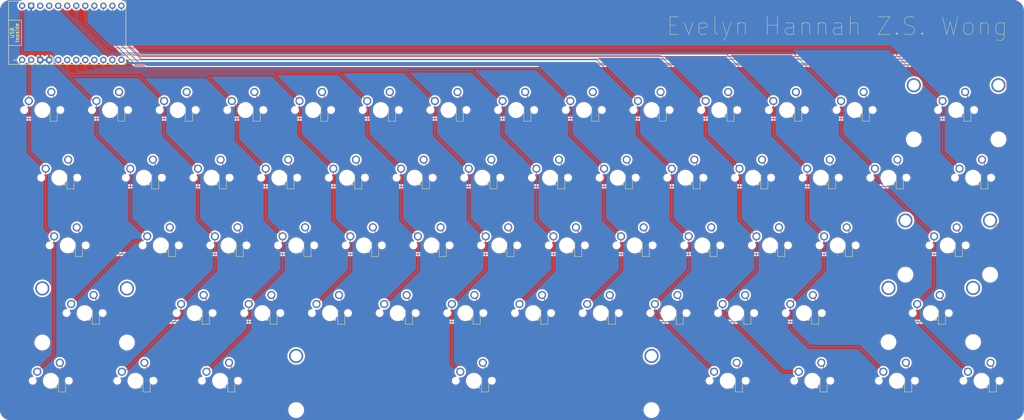
<source format=kicad_pcb>
(kicad_pcb (version 20241229) (generator "pcbnew") (generator_version "9.0")
  (layers (0 "F.Cu" signal) (2 "B.Cu" signal) (13 "F.Paste" user) (15 "B.Paste" user) (5 "F.SilkS" user "F.Silkscreen") (7 "B.SilkS" user "B.Silkscreen") (1 "F.Mask" user) (3 "B.Mask" user) (25 "Edge.Cuts" user))
  (net 0 "")
  (net 1 "Net-(D1-A)")
  (net 2 "ROW1")
  (net 3 "Net-(D2-A)")
  (net 4 "Net-(D3-A)")
  (net 5 "Net-(D4-A)")
  (net 6 "Net-(D5-A)")
  (net 7 "Net-(D6-A)")
  (net 8 "Net-(D7-A)")
  (net 9 "Net-(D8-A)")
  (net 10 "Net-(D9-A)")
  (net 11 "Net-(D10-A)")
  (net 12 "Net-(D11-A)")
  (net 13 "Net-(D12-A)")
  (net 14 "Net-(D13-A)")
  (net 15 "Net-(D14-A)")
  (net 16 "ROW2")
  (net 17 "Net-(D15-A)")
  (net 18 "Net-(D16-A)")
  (net 19 "Net-(D17-A)")
  (net 20 "Net-(D18-A)")
  (net 21 "Net-(D19-A)")
  (net 22 "Net-(D20-A)")
  (net 23 "Net-(D21-A)")
  (net 24 "Net-(D22-A)")
  (net 25 "Net-(D23-A)")
  (net 26 "Net-(D24-A)")
  (net 27 "Net-(D25-A)")
  (net 28 "Net-(D26-A)")
  (net 29 "Net-(D27-A)")
  (net 30 "Net-(D28-A)")
  (net 31 "Net-(D29-A)")
  (net 32 "ROW3")
  (net 33 "Net-(D30-A)")
  (net 34 "Net-(D31-A)")
  (net 35 "Net-(D32-A)")
  (net 36 "Net-(D33-A)")
  (net 37 "Net-(D34-A)")
  (net 38 "Net-(D35-A)")
  (net 39 "Net-(D36-A)")
  (net 40 "Net-(D37-A)")
  (net 41 "Net-(D38-A)")
  (net 42 "Net-(D39-A)")
  (net 43 "Net-(D40-A)")
  (net 44 "Net-(D41-A)")
  (net 45 "Net-(D42-A)")
  (net 46 "ROW4")
  (net 47 "Net-(D43-A)")
  (net 48 "Net-(D44-A)")
  (net 49 "Net-(D45-A)")
  (net 50 "Net-(D46-A)")
  (net 51 "Net-(D47-A)")
  (net 52 "Net-(D48-A)")
  (net 53 "Net-(D49-A)")
  (net 54 "Net-(D50-A)")
  (net 55 "Net-(D51-A)")
  (net 56 "Net-(D52-A)")
  (net 57 "Net-(D53-A)")
  (net 58 "Net-(D54-A)")
  (net 59 "ROW5")
  (net 60 "Net-(D55-A)")
  (net 61 "Net-(D56-A)")
  (net 62 "Net-(D57-A)")
  (net 63 "Net-(D58-A)")
  (net 64 "Net-(D59-A)")
  (net 65 "Net-(D60-A)")
  (net 66 "Net-(D61-A)")
  (net 67 "COL1")
  (net 68 "COL14")
  (net 69 "COL2")
  (net 70 "COL3")
  (net 71 "COL4")
  (net 72 "COL5")
  (net 73 "COL6")
  (net 74 "COL7")
  (net 75 "COL8")
  (net 76 "COL9")
  (net 77 "COL10")
  (net 78 "COL11")
  (net 79 "COL12")
  (net 80 "COL13")
  (net 82 "GND")
  (footprint "PCM_marbastlib-mx:SW_MX_1u" (layer "F.Cu") (at 150.8125 85.725)
    (property "Reference" "MX19" (hide yes))
    (property "Value" "MX_SW_solder")
  )
  (footprint "PCM_marbastlib-mx:SW_MX_1u" (layer "F.Cu") (at 141.2875 66.675)
    (property "Reference" "MX5" (hide yes))
    (property "Value" "MX_SW_solder")
  )
  (footprint "PCM_marbastlib-mx:SW_MX_1u" (layer "F.Cu") (at 255.5875 66.675)
    (property "Reference" "MX11" (hide yes))
    (property "Value" "MX_SW_solder")
  )
  (footprint "PCM_marbastlib-mx:SW_MX_1.25u" (layer "F.Cu") (at 115.09375 142.875)
    (property "Reference" "MX56" (hide yes))
    (property "Value" "MX_SW_solder")
  )
  (footprint "PCM_marbastlib-mx:SW_MX_1u" (layer "F.Cu") (at 103.1875 66.675)
    (property "Reference" "MX3" (hide yes))
    (property "Value" "MX_SW_solder")
  )
  (footprint "Diode_SMD:D_SOD-123" (layer "F.Cu") (at 211.1375 86.51875 90)
    (property "Reference" "D22")
    (property "Value" "D_Small")
  )
  (footprint "Diode_SMD:D_SOD-123" (layer "F.Cu") (at 149.225 124.61875 90)
    (property "Reference" "D45")
    (property "Value" "D_Small")
  )
  (footprint "PCM_marbastlib-mx:SW_MX_1u" (layer "F.Cu") (at 188.9125 85.725)
    (property "Reference" "MX21" (hide yes))
    (property "Value" "MX_SW_solder")
  )
  (footprint "PCM_marbastlib-mx:SW_MX_1u" (layer "F.Cu") (at 212.725 104.775)
    (property "Reference" "MX36" (hide yes))
    (property "Value" "MX_SW_solder")
  )
  (footprint "PCM_marbastlib-mx:SW_MX_1.25u" (layer "F.Cu") (at 329.40625 142.875)
    (property "Reference" "MX61" (hide yes))
    (property "Value" "MX_SW_solder")
  )
  (footprint "PCM_marbastlib-mx:SW_MX_1.25u" (layer "F.Cu") (at 305.59375 142.875)
    (property "Reference" "MX60" (hide yes))
    (property "Value" "MX_SW_solder")
  )
  (footprint "Diode_SMD:D_SOD-123" (layer "F.Cu") (at 139.7 105.56875 90)
    (property "Reference" "D32")
    (property "Value" "D_Small")
  )
  (footprint "Diode_SMD:D_SOD-123" (layer "F.Cu") (at 158.75 105.56875 90)
    (property "Reference" "D33")
    (property "Value" "D_Small")
  )
  (footprint "Diode_SMD:D_SOD-123" (layer "F.Cu") (at 277.8125 67.46875 90)
    (property "Reference" "D12")
    (property "Value" "D_Small")
  )
  (footprint "Diode_SMD:D_SOD-123" (layer "F.Cu") (at 332.58125 143.66875 90)
    (property "Reference" "D61")
    (property "Value" "D_Small")
  )
  (footprint "Diode_SMD:D_SOD-123" (layer "F.Cu") (at 196.85 105.56875 90)
    (property "Reference" "D35")
    (property "Value" "D_Small")
  )
  (footprint "PCM_marbastlib-mx:SW_MX_1u" (layer "F.Cu") (at 284.1625 85.725)
    (property "Reference" "MX26" (hide yes))
    (property "Value" "MX_SW_solder")
  )
  (footprint "Diode_SMD:D_SOD-123" (layer "F.Cu") (at 120.65 105.56875 90)
    (property "Reference" "D31")
    (property "Value" "D_Small")
  )
  (footprint "Diode_SMD:D_SOD-123" (layer "F.Cu") (at 306.3875 86.51875 90)
    (property "Reference" "D27")
    (property "Value" "D_Small")
  )
  (footprint "Diode_SMD:D_SOD-123" (layer "F.Cu") (at 153.9875 86.51875 90)
    (property "Reference" "D19")
    (property "Value" "D_Small")
  )
  (footprint "PCM_marbastlib-mx:SW_MX_1u" (layer "F.Cu") (at 231.775 104.775)
    (property "Reference" "MX37" (hide yes))
    (property "Value" "MX_SW_solder")
  )
  (footprint "Diode_SMD:D_SOD-123" (layer "F.Cu") (at 323.05625 105.56875 90)
    (property "Reference" "D41")
    (property "Value" "D_Small")
  )
  (footprint "Diode_SMD:D_SOD-123" (layer "F.Cu") (at 325.4375 67.46875 90)
    (property "Reference" "D14")
    (property "Value" "D_Small")
  )
  (footprint "PCM_marbastlib-mx:STAB_MX_P_2u" (layer "F.Cu") (at 322.2625 66.675)
    (property "Reference" "S4" (hide yes))
    (property "Value" "MX_stab")
  )
  (footprint "Diode_SMD:D_SOD-123" (layer "F.Cu") (at 130.175 124.61875 90)
    (property "Reference" "D44")
    (property "Value" "D_Small")
  )
  (footprint "PCM_marbastlib-mx:SW_MX_1u" (layer "F.Cu") (at 315.11875 123.825)
    (property "Reference" "MX53" (hide yes))
    (property "Value" "MX_SW_solder")
  )
  (footprint "PCM_marbastlib-mx:SW_MX_1u" (layer "F.Cu") (at 184.15 123.825)
    (property "Reference" "MX47" (hide yes))
    (property "Value" "MX_SW_solder")
  )
  (footprint "Diode_SMD:D_SOD-123" (layer "F.Cu") (at 134.9375 86.51875 90)
    (property "Reference" "D18")
    (property "Value" "D_Small")
  )
  (footprint "Diode_SMD:D_SOD-123" (layer "F.Cu") (at 182.5625 67.46875 90)
    (property "Reference" "D7")
    (property "Value" "D_Small")
  )
  (footprint "PCM_marbastlib-mx:SW_MX_1u" (layer "F.Cu") (at 265.1125 85.725)
    (property "Reference" "MX25" (hide yes))
    (property "Value" "MX_SW_solder")
  )
  (footprint "PCM_marbastlib-mx:STAB_MX_P_6.25u" (layer "F.Cu") (at 186.53125 142.875)
    (property "Reference" "S5" (hide yes))
    (property "Value" "MX_stab")
  )
  (footprint "Diode_SMD:D_SOD-123" (layer "F.Cu") (at 118.26875 143.66875 90)
    (property "Reference" "D56")
    (property "Value" "D_Small")
  )
  (footprint "PCM_marbastlib-mx:SW_MX_1u" (layer "F.Cu") (at 236.5375 66.675)
    (property "Reference" "MX10" (hide yes))
    (property "Value" "MX_SW_solder")
  )
  (footprint "PCM_marbastlib-mx:SW_MX_1u" (layer "F.Cu") (at 250.825 104.775)
    (property "Reference" "MX38" (hide yes))
    (property "Value" "MX_SW_solder")
  )
  (footprint "Diode_SMD:D_SOD-123" (layer "F.Cu") (at 96.8375 86.51875 90)
    (property "Reference" "D16")
    (property "Value" "D_Small")
  )
  (footprint "Diode_SMD:D_SOD-123" (layer "F.Cu") (at 282.575 124.61875 90)
    (property "Reference" "D52")
    (property "Value" "D_Small")
  )
  (footprint "PCM_marbastlib-mx:SW_MX_1u" (layer "F.Cu") (at 269.875 104.775)
    (property "Reference" "MX39" (hide yes))
    (property "Value" "MX_SW_solder")
  )
  (footprint "PCM_marbastlib-mx:SW_MX_1u" (layer "F.Cu") (at 303.2125 85.725)
    (property "Reference" "MX27" (hide yes))
    (property "Value" "MX_SW_solder")
  )
  (footprint "Diode_SMD:D_SOD-123" (layer "F.Cu") (at 177.8 105.56875 90)
    (property "Reference" "D34")
    (property "Value" "D_Small")
  )
  (footprint "Diode_SMD:D_SOD-123" (layer "F.Cu") (at 225.425 124.61875 90)
    (property "Reference" "D49")
    (property "Value" "D_Small")
  )
  (footprint "Diode_SMD:D_SOD-123" (layer "F.Cu") (at 239.7125 67.46875 90)
    (property "Reference" "D10")
    (property "Value" "D_Small")
  )
  (footprint "PCM_marbastlib-mx:SW_MX_1u" (layer "F.Cu") (at 127 123.825)
    (property "Reference" "MX44" (hide yes))
    (property "Value" "MX_SW_solder")
  )
  (footprint "PCM_marbastlib-mx:SW_MX_1u" (layer "F.Cu") (at 198.4375 66.675)
    (property "Reference" "MX8" (hide yes))
    (property "Value" "MX_SW_solder")
  )
  (footprint "PCM_marbastlib-mx:STAB_MX_P_2u" (layer "F.Cu") (at 319.909528 104.76343)
    (property "Reference" "S3" (hide yes))
    (property "Value" "MX_stab")
  )
  (footprint "Diode_SMD:D_SOD-123" (layer "F.Cu") (at 80.16875 124.61875 90)
    (property "Reference" "D42")
    (property "Value" "D_Small")
  )
  (footprint "PCM_marbastlib-mx:SW_MX_1u" (layer "F.Cu") (at 293.6875 66.675)
    (property "Reference" "MX13" (hide yes))
    (property "Value" "MX_SW_solder")
  )
  (footprint "PCM_marbastlib-mx:SW_MX_1u" (layer "F.Cu") (at 65.0875 66.675)
    (property "Reference" "MX1" (hide yes))
    (property "Value" "MX_SW_solder")
  )
  (footprint "PCM_marbastlib-mx:STAB_MX_P_2u" (layer "F.Cu") (at 315.137391 123.734378)
    (property "Reference" "S2" (hide yes))
    (property "Value" "MX_stab")
  )
  (footprint "Diode_SMD:D_SOD-123" (layer "F.Cu") (at 168.275 124.61875 90)
    (property "Reference" "D46")
    (property "Value" "D_Small")
  )
  (footprint "Diode_SMD:D_SOD-123" (layer "F.Cu") (at 201.6125 67.46875 90)
    (property "Reference" "D8")
    (property "Value" "D_Small")
  )
  (footprint "PCM_marbastlib-mx:SW_MX_1u" (layer "F.Cu") (at 319.88125 104.775)
    (property "Reference" "MX41" (hide yes))
    (property "Value" "MX_SW_solder")
  )
  (footprint "Diode_SMD:D_SOD-123" (layer "F.Cu") (at 268.2875 86.51875 90)
    (property "Reference" "D25")
    (property "Value" "D_Small")
  )
  (footprint "PCM_marbastlib-mx:SW_MX_1u" (layer "F.Cu") (at 179.3875 66.675)
    (property "Reference" "MX7" (hide yes))
    (property "Value" "MX_SW_solder")
  )
  (footprint "Diode_SMD:D_SOD-123" (layer "F.Cu") (at 215.9 105.56875 90)
    (property "Reference" "D36")
    (property "Value" "D_Small")
  )
  (footprint "PCM_marbastlib-mx:SW_MX_1u" (layer "F.Cu") (at 279.4 123.825)
    (property "Reference" "MX52" (hide yes))
    (property "Value" "MX_SW_solder")
  )
  (footprint "PCM_marbastlib-mx:SW_MX_1u" (layer "F.Cu") (at 241.3 123.825)
    (property "Reference" "MX50" (hide yes))
    (property "Value" "MX_SW_solder")
  )
  (footprint "Diode_SMD:D_SOD-123" (layer "F.Cu") (at 94.45625 143.66875 90)
    (property "Reference" "D55")
    (property "Value" "D_Small")
  )
  (footprint "PCM_marbastlib-mx:SW_MX_1u" (layer "F.Cu") (at 217.4875 66.675)
    (property "Reference" "MX9" (hide yes))
    (property "Value" "MX_SW_solder")
  )
  (footprint "Diode_SMD:D_SOD-123" (layer "F.Cu") (at 220.6625 67.46875 90)
    (property "Reference" "D9")
    (property "Value" "D_Small")
  )
  (footprint "PCM_marbastlib-mx:SW_MX_1u" (layer "F.Cu") (at 222.25 123.825)
    (property "Reference" "MX49" (hide yes))
    (property "Value" "MX_SW_solder")
  )
  (footprint "Diode_SMD:D_SOD-123" (layer "F.Cu") (at 70.64375 143.66875 90)
    (property "Reference" "D54")
    (property "Value" "D_Small")
  )
  (footprint "Diode_SMD:D_SOD-123" (layer "F.Cu") (at 173.0375 86.51875 90)
    (property "Reference" "D20")
    (property "Value" "D_Small")
  )
  (footprint "PCM_marbastlib-mx:SW_MX_1u" (layer "F.Cu") (at 112.7125 85.725)
    (property "Reference" "MX17" (hide yes))
    (property "Value" "MX_SW_solder")
  )
  (footprint "Diode_SMD:D_SOD-123" (layer "F.Cu") (at 206.375 124.61875 90)
    (property "Reference" "D48")
    (property "Value" "D_Small")
  )
  (footprint "PCM_marbastlib-mx:SW_MX_1u" (layer "F.Cu") (at 193.675 104.775)
    (property "Reference" "MX35" (hide yes))
    (property "Value" "MX_SW_solder")
  )
  (footprint "Diode_SMD:D_SOD-123" (layer "F.Cu") (at 234.95 105.56875 90)
    (property "Reference" "D37")
    (property "Value" "D_Small")
  )
  (footprint "Diode_SMD:D_SOD-123" (layer "F.Cu") (at 249.2375 86.51875 90)
    (property "Reference" "D24")
    (property "Value" "D_Small")
  )
  (footprint "Diode_SMD:D_SOD-123" (layer "F.Cu") (at 187.325 124.61875 90)
    (property "Reference" "D47")
    (property "Value" "D_Small")
  )
  (footprint "Diode_SMD:D_SOD-123" (layer "F.Cu") (at 318.29375 124.61875 90)
    (property "Reference" "D53")
    (property "Value" "D_Small")
  )
  (footprint "PCM_marbastlib-mx:SW_MX_1u" (layer "F.Cu") (at 136.525 104.775)
    (property "Reference" "MX32" (hide yes))
    (property "Value" "MX_SW_solder")
  )
  (footprint "PCM_marbastlib-mx:SW_MX_1u" (layer "F.Cu") (at 186.53125 142.875)
    (property "Reference" "MX57" (hide yes))
    (property "Value" "MX_SW_solder")
  )
  (footprint "PCM_marbastlib-mx:SW_MX_1u" (layer "F.Cu") (at 117.475 104.775)
    (property "Reference" "MX31" (hide yes))
    (property "Value" "MX_SW_solder")
  )
  (footprint "PCM_marbastlib-mx:SW_MX_1u" (layer "F.Cu") (at 160.3375 66.675)
    (property "Reference" "MX6" (hide yes))
    (property "Value" "MX_SW_solder")
  )
  (footprint "Diode_SMD:D_SOD-123" (layer "F.Cu") (at 284.95625 143.66875 90)
    (property "Reference" "D59")
    (property "Value" "D_Small")
  )
  (footprint "PCM_marbastlib-mx:SW_MX_1.25u" (layer "F.Cu") (at 67.46875 142.875)
    (property "Reference" "MX54" (hide yes))
    (property "Value" "MX_SW_solder")
  )
  (footprint "Diode_SMD:D_SOD-123" (layer "F.Cu") (at 111.125 124.61875 90)
    (property "Reference" "D43")
    (property "Value" "D_Small")
  )
  (footprint "PCM_marbastlib-mx:STAB_MX_P_2u" (layer "F.Cu") (at 76.999749 123.863991)
    (property "Reference" "S1" (hide yes))
    (property "Value" "MX_stab")
  )
  (footprint "PCM_marbastlib-mx:SW_MX_1.5u" (layer "F.Cu") (at 69.85 85.725)
    (property "Reference" "MX15" (hide yes))
    (property "Value" "MX_SW_solder")
  )
  (footprint "Diode_SMD:D_SOD-123" (layer "F.Cu") (at 258.7625 67.46875 90)
    (property "Reference" "D11")
    (property "Value" "D_Small")
  )
  (footprint "PCM_marbastlib-mx:SW_MX_1u" (layer "F.Cu") (at 227.0125 85.725)
    (property "Reference" "MX23" (hide yes))
    (property "Value" "MX_SW_solder")
  )
  (footprint "PCM_marbastlib-mx:SW_MX_1.25u" (layer "F.Cu") (at 281.78125 142.875)
    (property "Reference" "MX59" (hide yes))
    (property "Value" "MX_SW_solder")
  )
  (footprint "Diode_SMD:D_SOD-123" (layer "F.Cu") (at 87.3125 67.46875 90)
    (property "Reference" "D2")
    (property "Value" "D_Small")
  )
  (footprint "Diode_SMD:D_SOD-123" (layer "F.Cu") (at 192.0875 86.51875 90)
    (property "Reference" "D21")
    (property "Value" "D_Small")
  )
  (footprint "PCM_marbastlib-mx:SW_MX_1u" (layer "F.Cu") (at 207.9625 85.725)
    (property "Reference" "MX22" (hide yes))
    (property "Value" "MX_SW_solder")
  )
  (footprint "Diode_SMD:D_SOD-123" (layer "F.Cu") (at 308.76875 143.66875 90)
    (property "Reference" "D60")
    (property "Value" "D_Small")
  )
  (footprint "PCM_marbastlib-mx:SW_MX_1.25u" (layer "F.Cu") (at 257.96875 142.875)
    (property "Reference" "MX58" (hide yes))
    (property "Value" "MX_SW_solder")
  )
  (footprint "Diode_SMD:D_SOD-123" (layer "F.Cu") (at 287.3375 86.51875 90)
    (property "Reference" "D26")
    (property "Value" "D_Small")
  )
  (footprint "PCM_marbastlib-mx:SW_MX_1u" (layer "F.Cu") (at 93.6625 85.725)
    (property "Reference" "MX16" (hide yes))
    (property "Value" "MX_SW_solder")
  )
  (footprint "PCM_marbastlib-mx:SW_MX_1u" (layer "F.Cu") (at 322.2625 66.675)
    (property "Reference" "MX14" (hide yes))
    (property "Value" "MX_SW_solder")
  )
  (footprint "Diode_SMD:D_SOD-123" (layer "F.Cu") (at 101.6 105.56875 90)
    (property "Reference" "D30")
    (property "Value" "D_Small")
  )
  (footprint "Diode_SMD:D_SOD-123" (layer "F.Cu") (at 296.8625 67.46875 90)
    (property "Reference" "D13")
    (property "Value" "D_Small")
  )
  (footprint "PCM_marbastlib-mx:SW_MX_1u" (layer "F.Cu") (at 146.05 123.825)
    (property "Reference" "MX45" (hide yes))
    (property "Value" "MX_SW_solder")
  )
  (footprint "PCM_marbastlib-mx:SW_MX_1u" (layer "F.Cu") (at 169.8625 85.725)
    (property "Reference" "MX20" (hide yes))
    (property "Value" "MX_SW_solder")
  )
  (footprint "PCM_marbastlib-mx:SW_MX_1u" (layer "F.Cu") (at 260.35 123.825)
    (property "Reference" "MX51" (hide yes))
    (property "Value" "MX_SW_solder")
  )
  (footprint "PCM_marbastlib-xp-promicroish:ProMicro_USBup" (layer "F.Cu") (at 73.377849 44.955814 90)
    (property "Reference" "U1")
    (property "Value" "ProMicro")
  )
  (footprint "PCM_marbastlib-mx:SW_MX_1u" (layer "F.Cu") (at 107.95 123.825)
    (property "Reference" "MX43" (hide yes))
    (property "Value" "MX_SW_solder")
  )
  (footprint "Diode_SMD:D_SOD-123" (layer "F.Cu") (at 144.4625 67.46875 90)
    (property "Reference" "D5")
    (property "Value" "D_Small")
  )
  (footprint "Diode_SMD:D_SOD-123" (layer "F.Cu") (at 68.2625 67.46875 90)
    (property "Reference" "D1")
    (property "Value" "D_Small")
  )
  (footprint "PCM_marbastlib-mx:SW_MX_1u" (layer "F.Cu") (at 155.575 104.775)
    (property "Reference" "MX33" (hide yes))
    (property "Value" "MX_SW_solder")
  )
  (footprint "Diode_SMD:D_SOD-123" (layer "F.Cu") (at 73.025 86.51875 90)
    (property "Reference" "D15")
    (property "Value" "D_Small")
  )
  (footprint "Diode_SMD:D_SOD-123" (layer "F.Cu") (at 115.8875 86.51875 90)
    (property "Reference" "D17")
    (property "Value" "D_Small")
  )
  (footprint "PCM_marbastlib-mx:SW_MX_1u" (layer "F.Cu") (at 165.1 123.825)
    (property "Reference" "MX46" (hide yes))
    (property "Value" "MX_SW_solder")
  )
  (footprint "PCM_marbastlib-mx:SW_MX_1u" (layer "F.Cu") (at 76.99375 123.825)
    (property "Reference" "MX42" (hide yes))
    (property "Value" "MX_SW_solder")
  )
  (footprint "Diode_SMD:D_SOD-123" (layer "F.Cu") (at 75.40625 105.56875 90)
    (property "Reference" "D29")
    (property "Value" "D_Small")
  )
  (footprint "Diode_SMD:D_SOD-123" (layer "F.Cu") (at 230.1875 86.51875 90)
    (property "Reference" "D23")
    (property "Value" "D_Small")
  )
  (footprint "PCM_marbastlib-mx:SW_MX_1u" (layer "F.Cu") (at 84.1375 66.675)
    (property "Reference" "MX2" (hide yes))
    (property "Value" "MX_SW_solder")
  )
  (footprint "Diode_SMD:D_SOD-123" (layer "F.Cu") (at 273.05 105.56875 90)
    (property "Reference" "D39")
    (property "Value" "D_Small")
  )
  (footprint "Diode_SMD:D_SOD-123" (layer "F.Cu") (at 261.14375 143.66875 90)
    (property "Reference" "D58")
    (property "Value" "D_Small")
  )
  (footprint "Diode_SMD:D_SOD-123" (layer "F.Cu") (at 189.70625 143.66875 90)
    (property "Reference" "D57")
    (property "Value" "D_Small")
  )
  (footprint "Diode_SMD:D_SOD-123" (layer "F.Cu") (at 163.5125 67.46875 90)
    (property "Reference" "D6")
    (property "Value" "D_Small")
  )
  (footprint "Diode_SMD:D_SOD-123" (layer "F.Cu") (at 254 105.56875 90)
    (property "Reference" "D38")
    (property "Value" "D_Small")
  )
  (footprint "PCM_marbastlib-mx:SW_MX_1u" (layer "F.Cu") (at 174.625 104.775)
    (property "Reference" "MX34" (hide yes))
    (property "Value" "MX_SW_solder")
  )
  (footprint "Diode_SMD:D_SOD-123" (layer "F.Cu") (at 106.3625 67.46875 90)
    (property "Reference" "D3")
    (property "Value" "D_Small")
  )
  (footprint "Diode_SMD:D_SOD-123" (layer "F.Cu") (at 125.4125 67.46875 90)
    (property "Reference" "D4")
    (property "Value" "D_Small")
  )
  (footprint "PCM_marbastlib-mx:SW_MX_1.5u" (layer "F.Cu") (at 327.025 85.725)
    (property "Reference" "MX28" (hide yes))
    (property "Value" "MX_SW_solder")
  )
  (footprint "Diode_SMD:D_SOD-123" (layer "F.Cu") (at 330.2 86.51875 90)
    (property "Reference" "D28")
    (property "Value" "D_Small")
  )
  (footprint "Diode_SMD:D_SOD-123" (layer "F.Cu") (at 292.1 105.56875 90)
    (property "Reference" "D40")
    (property "Value" "D_Small")
  )
  (footprint "Diode_SMD:D_SOD-123" (layer "F.Cu") (at 244.475 124.61875 90)
    (property "Reference" "D50")
    (property "Value" "D_Small")
  )
  (footprint "PCM_marbastlib-mx:SW_MX_1u" (layer "F.Cu") (at 122.2375 66.675)
    (property "Reference" "MX4" (hide yes))
    (property "Value" "MX_SW_solder")
  )
  (footprint "PCM_marbastlib-mx:SW_MX_1u" (layer "F.Cu") (at 98.425 104.775)
    (property "Reference" "MX30" (hide yes))
    (property "Value" "MX_SW_solder")
  )
  (footprint "PCM_marbastlib-mx:SW_MX_1u" (layer "F.Cu") (at 274.6375 66.675)
    (property "Reference" "MX12" (hide yes))
    (property "Value" "MX_SW_solder")
  )
  (footprint "PCM_marbastlib-mx:SW_MX_1u" (layer "F.Cu") (at 203.2 123.825)
    (property "Reference" "MX48" (hide yes))
    (property "Value" "MX_SW_solder")
  )
  (footprint "PCM_marbastlib-mx:SW_MX_1u" (layer "F.Cu") (at 288.925 104.775)
    (property "Reference" "MX40" (hide yes))
    (property "Value" "MX_SW_solder")
  )
  (footprint "Diode_SMD:D_SOD-123" (layer "F.Cu") (at 263.525 124.61875 90)
    (property "Reference" "D51")
    (property "Value" "D_Small")
  )
  (footprint "PCM_marbastlib-mx:SW_MX_1u" (layer "F.Cu") (at 131.7625 85.725)
    (property "Reference" "MX18" (hide yes))
    (property "Value" "MX_SW_solder")
  )
  (footprint "PCM_marbastlib-mx:SW_MX_1.75u" (layer "F.Cu") (at 72.23125 104.775)
    (property "Reference" "MX29" (hide yes))
    (property "Value" "MX_SW_solder")
  )
  (footprint "PCM_marbastlib-mx:SW_MX_1u" (layer "F.Cu") (at 246.0625 85.725)
    (property "Reference" "MX24" (hide yes))
    (property "Value" "MX_SW_solder")
  )
  (footprint "PCM_marbastlib-mx:SW_MX_1.25u" (layer "F.Cu") (at 91.28125 142.875)
    (property "Reference" "MX55" (hide yes))
    (property "Value" "MX_SW_solder")
  )
  (gr_text "Evelyn Hannah Z.S. Wong\n" (at 240.50625 46.0375 0) (layer "F.SilkS") (effects (font (size 5 5) (thickness 0.1)) (justify left bottom)))
  (segment (start 68.2625 65.81875) (end 68.2625 62.23) (width 0.2) (layer "F.Cu") (net 1))
  (segment (start 68.2625 62.23) (end 67.6275 61.595) (width 0.2) (layer "F.Cu") (net 1))
  (segment (start 68.2625 69.11875) (end 87.3125 69.11875) (width 0.2) (layer "F.Cu") (net 2))
  (segment (start 258.7625 69.11875) (end 277.8125 69.11875) (width 0.2) (layer "F.Cu") (net 2))
  (segment (start 201.6125 69.11875) (end 220.6625 69.11875) (width 0.2) (layer "F.Cu") (net 2))
  (segment (start 220.6625 69.11875) (end 239.7125 69.11875) (width 0.2) (layer "F.Cu") (net 2))
  (segment (start 277.8125 69.11875) (end 296.8625 69.11875) (width 0.2) (layer "F.Cu") (net 2))
  (segment (start 144.4625 69.11875) (end 163.5125 69.11875) (width 0.2) (layer "F.Cu") (net 2))
  (segment (start 58.7375 53.246163) (end 58.7375 68.2625) (width 0.2) (layer "F.Cu") (net 2))
  (segment (start 125.4125 69.11875) (end 144.4625 69.11875) (width 0.2) (layer "F.Cu") (net 2))
  (segment (start 59.59375 69.11875) (end 68.2625 69.11875) (width 0.2) (layer "F.Cu") (net 2))
  (segment (start 163.5125 69.11875) (end 182.5625 69.11875) (width 0.2) (layer "F.Cu") (net 2))
  (segment (start 87.3125 69.11875) (end 106.3625 69.11875) (width 0.2) (layer "F.Cu") (net 2))
  (segment (start 106.3625 69.11875) (end 125.4125 69.11875) (width 0.2) (layer "F.Cu") (net 2))
  (segment (start 58.7375 68.2625) (end 59.59375 69.11875) (width 0.2) (layer "F.Cu") (net 2))
  (segment (start 239.7125 69.11875) (end 258.7625 69.11875) (width 0.2) (layer "F.Cu") (net 2))
  (segment (start 59.407849 52.575814) (end 58.7375 53.246163) (width 0.2) (layer "F.Cu") (net 2))
  (segment (start 182.5625 69.11875) (end 201.6125 69.11875) (width 0.2) (layer "F.Cu") (net 2))
  (segment (start 296.8625 69.11875) (end 325.4375 69.11875) (width 0.2) (layer "F.Cu") (net 2))
  (segment (start 87.3125 65.81875) (end 87.3125 62.23) (width 0.2) (layer "F.Cu") (net 3))
  (segment (start 87.3125 62.23) (end 86.6775 61.595) (width 0.2) (layer "F.Cu") (net 3))
  (segment (start 106.3625 65.81875) (end 106.3625 62.23) (width 0.2) (layer "F.Cu") (net 4))
  (segment (start 106.3625 62.23) (end 105.7275 61.595) (width 0.2) (layer "F.Cu") (net 4))
  (segment (start 125.4125 65.81875) (end 125.4125 62.23) (width 0.2) (layer "F.Cu") (net 5))
  (segment (start 125.4125 62.23) (end 124.7775 61.595) (width 0.2) (layer "F.Cu") (net 5))
  (segment (start 144.4625 65.81875) (end 144.4625 62.23) (width 0.2) (layer "F.Cu") (net 6))
  (segment (start 144.4625 62.23) (end 143.8275 61.595) (width 0.2) (layer "F.Cu") (net 6))
  (segment (start 163.5125 62.23) (end 162.8775 61.595) (width 0.2) (layer "F.Cu") (net 7))
  (segment (start 163.5125 65.81875) (end 163.5125 62.23) (width 0.2) (layer "F.Cu") (net 7))
  (segment (start 182.5625 65.81875) (end 182.5625 62.23) (width 0.2) (layer "F.Cu") (net 8))
  (segment (start 182.5625 62.23) (end 181.9275 61.595) (width 0.2) (layer "F.Cu") (net 8))
  (segment (start 201.6125 65.81875) (end 201.6125 62.23) (width 0.2) (layer "F.Cu") (net 9))
  (segment (start 201.6125 62.23) (end 200.9775 61.595) (width 0.2) (layer "F.Cu") (net 9))
  (segment (start 220.6625 62.23) (end 220.0275 61.595) (width 0.2) (layer "F.Cu") (net 10))
  (segment (start 220.6625 65.81875) (end 220.6625 62.23) (width 0.2) (layer "F.Cu") (net 10))
  (segment (start 239.7125 62.23) (end 239.0775 61.595) (width 0.2) (layer "F.Cu") (net 11))
  (segment (start 239.7125 65.81875) (end 239.7125 62.23) (width 0.2) (layer "F.Cu") (net 11))
  (segment (start 258.7625 62.23) (end 258.1275 61.595) (width 0.2) (layer "F.Cu") (net 12))
  (segment (start 258.7625 65.81875) (end 258.7625 62.23) (width 0.2) (layer "F.Cu") (net 12))
  (segment (start 277.8125 62.23) (end 277.1775 61.595) (width 0.2) (layer "F.Cu") (net 13))
  (segment (start 277.8125 65.81875) (end 277.8125 62.23) (width 0.2) (layer "F.Cu") (net 13))
  (segment (start 296.8625 62.23) (end 296.2275 61.595) (width 0.2) (layer "F.Cu") (net 14))
  (segment (start 296.8625 65.81875) (end 296.8625 62.23) (width 0.2) (layer "F.Cu") (net 14))
  (segment (start 325.4375 65.81875) (end 325.4375 62.23) (width 0.2) (layer "F.Cu") (net 15))
  (segment (start 325.4375 62.23) (end 324.8025 61.595) (width 0.2) (layer "F.Cu") (net 15))
  (segment (start 192.0875 88.16875) (end 211.1375 88.16875) (width 0.2) (layer "F.Cu") (net 16))
  (segment (start 91.28125 53.975) (end 79.727849 42.421599) (width 0.2) (layer "F.Cu") (net 16))
  (segment (start 173.0375 88.16875) (end 192.0875 88.16875) (width 0.2) (layer "F.Cu") (net 16))
  (segment (start 153.9875 88.16875) (end 173.0375 88.16875) (width 0.2) (layer "F.Cu") (net 16))
  (segment (start 96.8375 88.16875) (end 115.8875 88.16875) (width 0.2) (layer "F.Cu") (net 16))
  (segment (start 330.2 88.16875) (end 331.395076 88.16875) (width 0.2) (layer "F.Cu") (net 16))
  (segment (start 331.395076 88.16875) (end 336.51365 83.050176) (width 0.2) (layer "F.Cu") (net 16))
  (segment (start 306.3875 88.16875) (end 330.2 88.16875) (width 0.2) (layer "F.Cu") (net 16))
  (segment (start 287.3375 88.16875) (end 306.3875 88.16875) (width 0.2) (layer "F.Cu") (net 16))
  (segment (start 249.2375 88.16875) (end 268.2875 88.16875) (width 0.2) (layer "F.Cu") (net 16))
  (segment (start 332.58125 53.975) (end 91.28125 53.975) (width 0.2) (layer "F.Cu") (net 16))
  (segment (start 73.025 88.16875) (end 96.8375 88.16875) (width 0.2) (layer "F.Cu") (net 16))
  (segment (start 79.727849 42.421599) (end 79.727849 37.335814) (width 0.2) (layer "F.Cu") (net 16))
  (segment (start 230.1875 88.16875) (end 249.2375 88.16875) (width 0.2) (layer "F.Cu") (net 16))
  (segment (start 336.51365 83.050176) (end 336.51365 57.9074) (width 0.2) (layer "F.Cu") (net 16))
  (segment (start 268.2875 88.16875) (end 287.3375 88.16875) (width 0.2) (layer "F.Cu") (net 16))
  (segment (start 336.51365 57.9074) (end 332.58125 53.975) (width 0.2) (layer "F.Cu") (net 16))
  (segment (start 134.9375 88.16875) (end 153.9875 88.16875) (width 0.2) (layer "F.Cu") (net 16))
  (segment (start 211.1375 88.16875) (end 230.1875 88.16875) (width 0.2) (layer "F.Cu") (net 16))
  (segment (start 115.8875 88.16875) (end 134.9375 88.16875) (width 0.2) (layer "F.Cu") (net 16))
  (segment (start 73.025 84.86875) (end 73.025 81.28) (width 0.2) (layer "F.Cu") (net 17))
  (segment (start 73.025 81.28) (end 72.39 80.645) (width 0.2) (layer "F.Cu") (net 17))
  (segment (start 96.8375 84.86875) (end 96.8375 81.28) (width 0.2) (layer "F.Cu") (net 18))
  (segment (start 96.8375 81.28) (end 96.2025 80.645) (width 0.2) (layer "F.Cu") (net 18))
  (segment (start 115.8875 84.86875) (end 115.8875 81.28) (width 0.2) (layer "F.Cu") (net 19))
  (segment (start 115.8875 81.28) (end 115.2525 80.645) (width 0.2) (layer "F.Cu") (net 19))
  (segment (start 134.9375 81.28) (end 134.3025 80.645) (width 0.2) (layer "F.Cu") (net 20))
  (segment (start 134.9375 84.86875) (end 134.9375 81.28) (width 0.2) (layer "F.Cu") (net 20))
  (segment (start 153.9875 84.86875) (end 153.9875 81.28) (width 0.2) (layer "F.Cu") (net 21))
  (segment (start 153.9875 81.28) (end 153.3525 80.645) (width 0.2) (layer "F.Cu") (net 21))
  (segment (start 173.0375 84.86875) (end 173.0375 81.28) (width 0.2) (layer "F.Cu") (net 22))
  (segment (start 173.0375 81.28) (end 172.4025 80.645) (width 0.2) (layer "F.Cu") (net 22))
  (segment (start 192.0875 84.86875) (end 192.0875 81.28) (width 0.2) (layer "F.Cu") (net 23))
  (segment (start 192.0875 81.28) (end 191.4525 80.645) (width 0.2) (layer "F.Cu") (net 23))
  (segment (start 211.1375 81.28) (end 210.5025 80.645) (width 0.2) (layer "F.Cu") (net 24))
  (segment (start 211.1375 84.86875) (end 211.1375 81.28) (width 0.2) (layer "F.Cu") (net 24))
  (segment (start 230.1875 84.86875) (end 230.1875 81.28) (width 0.2) (layer "F.Cu") (net 25))
  (segment (start 230.1875 81.28) (end 229.5525 80.645) (width 0.2) (layer "F.Cu") (net 25))
  (segment (start 249.2375 81.28) (end 248.6025 80.645) (width 0.2) (layer "F.Cu") (net 26))
  (segment (start 249.2375 84.86875) (end 249.2375 81.28) (width 0.2) (layer "F.Cu") (net 26))
  (segment (start 268.2875 81.28) (end 267.6525 80.645) (width 0.2) (layer "F.Cu") (net 27))
  (segment (start 268.2875 84.86875) (end 268.2875 81.28) (width 0.2) (layer "F.Cu") (net 27))
  (segment (start 287.3375 84.86875) (end 287.3375 81.28) (width 0.2) (layer "F.Cu") (net 28))
  (segment (start 287.3375 81.28) (end 286.7025 80.645) (width 0.2) (layer "F.Cu") (net 28))
  (segment (start 306.3875 84.86875) (end 306.3875 81.28) (width 0.2) (layer "F.Cu") (net 29))
  (segment (start 306.3875 81.28) (end 305.7525 80.645) (width 0.2) (layer "F.Cu") (net 29))
  (segment (start 330.2 81.28) (end 329.565 80.645) (width 0.2) (layer "F.Cu") (net 30))
  (segment (start 330.2 84.86875) (end 330.2 81.28) (width 0.2) (layer "F.Cu") (net 30))
  (segment (start 75.40625 100.33) (end 74.77125 99.695) (width 0.2) (layer "F.Cu") (net 31))
  (segment (start 75.40625 103.91875) (end 75.40625 100.33) (width 0.2) (layer "F.Cu") (net 31))
  (segment (start 234.95 107.21875) (end 254 107.21875) (width 0.2) (layer "F.Cu") (net 32))
  (segment (start 254 107.21875) (end 273.05 107.21875) (width 0.2) (layer "F.Cu") (net 32))
  (segment (start 305.59375 53.18125) (end 305.201 53.574) (width 0.2) (layer "F.Cu") (net 32))
  (segment (start 196.85 107.21875) (end 215.9 107.21875) (width 0.2) (layer "F.Cu") (net 32))
  (segment (start 273.05 107.21875) (end 292.1 107.21875) (width 0.2) (layer "F.Cu") (net 32))
  (segment (start 92.46775 53.574) (end 82.267849 43.374099) (width 0.2) (layer "F.Cu") (net 32))
  (segment (start 82.267849 43.374099) (end 82.267849 37.335814) (width 0.2) (layer "F.Cu") (net 32))
  (segment (start 338.1375 57.94375) (end 333.375 53.18125) (width 0.2) (layer "F.Cu") (net 32))
  (segment (start 158.75 107.21875) (end 177.8 107.21875) (width 0.2) (layer "F.Cu") (net 32))
  (segment (start 323.05625 107.21875) (end 325.629564 107.21875) (width 0.2) (layer "F.Cu") (net 32))
  (segment (start 338.1375 94.710814) (end 338.1375 57.94375) (width 0.2) (layer "F.Cu") (net 32))
  (segment (start 292.1 107.21875) (end 323.05625 107.21875) (width 0.2) (layer "F.Cu") (net 32))
  (segment (start 215.9 107.21875) (end 234.95 107.21875) (width 0.2) (layer "F.Cu") (net 32))
  (segment (start 177.8 107.21875) (end 196.85 107.21875) (width 0.2) (layer "F.Cu") (net 32))
  (segment (start 325.629564 107.21875) (end 338.1375 94.710814) (width 0.2) (layer "F.Cu") (net 32))
  (segment (start 101.6 107.21875) (end 120.65 107.21875) (width 0.2) (layer "F.Cu") (net 32))
  (segment (start 139.7 107.21875) (end 158.75 107.21875) (width 0.2) (layer "F.Cu") (net 32))
  (segment (start 75.40625 107.21875) (end 101.6 107.21875) (width 0.2) (layer "F.Cu") (net 32))
  (segment (start 305.201 53.574) (end 92.46775 53.574) (width 0.2) (layer "F.Cu") (net 32))
  (segment (start 333.375 53.18125) (end 305.59375 53.18125) (width 0.2) (layer "F.Cu") (net 32))
  (segment (start 120.65 107.21875) (end 139.7 107.21875) (width 0.2) (layer "F.Cu") (net 32))
  (segment (start 101.6 103.91875) (end 101.6 100.33) (width 0.2) (layer "F.Cu") (net 33))
  (segment (start 101.6 100.33) (end 100.965 99.695) (width 0.2) (layer "F.Cu") (net 33))
  (segment (start 120.65 100.33) (end 120.015 99.695) (width 0.2) (layer "F.Cu") (net 34))
  (segment (start 120.65 103.91875) (end 120.65 100.33) (width 0.2) (layer "F.Cu") (net 34))
  (segment (start 139.7 100.33) (end 139.065 99.695) (width 0.2) (layer "F.Cu") (net 35))
  (segment (start 139.7 103.91875) (end 139.7 100.33) (width 0.2) (layer "F.Cu") (net 35))
  (segment (start 158.75 103.91875) (end 158.75 100.33) (width 0.2) (layer "F.Cu") (net 36))
  (segment (start 158.75 100.33) (end 158.115 99.695) (width 0.2) (layer "F.Cu") (net 36))
  (segment (start 177.8 103.91875) (end 177.8 100.33) (width 0.2) (layer "F.Cu") (net 37))
  (segment (start 177.8 100.33) (end 177.165 99.695) (width 0.2) (layer "F.Cu") (net 37))
  (segment (start 196.85 103.91875) (end 196.85 100.33) (width 0.2) (layer "F.Cu") (net 38))
  (segment (start 196.85 100.33) (end 196.215 99.695) (width 0.2) (layer "F.Cu") (net 38))
  (segment (start 215.9 100.33) (end 215.265 99.695) (width 0.2) (layer "F.Cu") (net 39))
  (segment (start 215.9 103.91875) (end 215.9 100.33) (width 0.2) (layer "F.Cu") (net 39))
  (segment (start 234.95 100.33) (end 234.315 99.695) (width 0.2) (layer "F.Cu") (net 40))
  (segment (start 234.95 103.91875) (end 234.95 100.33) (width 0.2) (layer "F.Cu") (net 40))
  (segment (start 254 100.33) (end 253.365 99.695) (width 0.2) (layer "F.Cu") (net 41))
  (segment (start 254 103.91875) (end 254 100.33) (width 0.2) (layer "F.Cu") (net 41))
  (segment (start 273.05 103.91875) (end 273.05 100.33) (width 0.2) (layer "F.Cu") (net 42))
  (segment (start 273.05 100.33) (end 272.415 99.695) (width 0.2) (layer "F.Cu") (net 42))
  (segment (start 292.1 103.91875) (end 292.1 100.33) (width 0.2) (layer "F.Cu") (net 43))
  (segment (start 292.1 100.33) (end 291.465 99.695) (width 0.2) (layer "F.Cu") (net 43))
  (segment (start 323.05625 103.91875) (end 323.05625 100.33) (width 0.2) (layer "F.Cu") (net 44))
  (segment (start 323.05625 100.33) (end 322.42125 99.695) (width 0.2) (layer "F.Cu") (net 44))
  (segment (start 80.16875 119.38) (end 79.53375 118.745) (width 0.2) (layer "F.Cu") (net 45))
  (segment (start 80.16875 122.96875) (end 80.16875 119.38) (width 0.2) (layer "F.Cu") (net 45))
  (segment (start 84.807849 44.326599) (end 84.807849 37.335814) (width 0.2) (layer "F.Cu") (net 46))
  (segment (start 168.275 126.26875) (end 187.325 126.26875) (width 0.2) (layer "F.Cu") (net 46))
  (segment (start 263.525 126.26875) (end 282.575 126.26875) (width 0.2) (layer "F.Cu") (net 46))
  (segment (start 244.475 126.26875) (end 263.525 126.26875) (width 0.2) (layer "F.Cu") (net 46))
  (segment (start 80.16875 126.26875) (end 111.125 126.26875) (width 0.2) (layer "F.Cu") (net 46))
  (segment (start 321.881647 126.26875) (end 338.93125 109.219147) (width 0.2) (layer "F.Cu") (net 46))
  (segment (start 130.175 126.26875) (end 149.225 126.26875) (width 0.2) (layer "F.Cu") (net 46))
  (segment (start 333.375 52.3875) (end 92.86875 52.3875) (width 0.2) (layer "F.Cu") (net 46))
  (segment (start 338.93125 109.219147) (end 338.93125 57.94375) (width 0.2) (layer "F.Cu") (net 46))
  (segment (start 149.225 126.26875) (end 168.275 126.26875) (width 0.2) (layer "F.Cu") (net 46))
  (segment (start 318.29375 126.26875) (end 321.881647 126.26875) (width 0.2) (layer "F.Cu") (net 46))
  (segment (start 92.86875 52.3875) (end 84.807849 44.326599) (width 0.2) (layer "F.Cu") (net 46))
  (segment (start 225.425 126.26875) (end 244.475 126.26875) (width 0.2) (layer "F.Cu") (net 46))
  (segment (start 111.125 126.26875) (end 130.175 126.26875) (width 0.2) (layer "F.Cu") (net 46))
  (segment (start 206.375 126.26875) (end 225.425 126.26875) (width 0.2) (layer "F.Cu") (net 46))
  (segment (start 282.575 126.26875) (end 318.29375 126.26875) (width 0.2) (layer "F.Cu") (net 46))
  (segment (start 338.93125 57.94375) (end 333.375 52.3875) (width 0.2) (layer "F.Cu") (net 46))
  (segment (start 187.325 126.26875) (end 206.375 126.26875) (width 0.2) (layer "F.Cu") (net 46))
  (segment (start 111.125 122.96875) (end 111.125 119.38) (width 0.2) (layer "F.Cu") (net 47))
  (segment (start 111.125 119.38) (end 110.49 118.745) (width 0.2) (layer "F.Cu") (net 47))
  (segment (start 130.175 122.96875) (end 130.175 119.38) (width 0.2) (layer "F.Cu") (net 48))
  (segment (start 130.175 119.38) (end 129.54 118.745) (width 0.2) (layer "F.Cu") (net 48))
  (segment (start 149.225 122.96875) (end 149.225 119.38) (width 0.2) (layer "F.Cu") (net 49))
  (segment (start 149.225 119.38) (end 148.59 118.745) (width 0.2) (layer "F.Cu") (net 49))
  (segment (start 168.275 122.96875) (end 168.275 119.38) (width 0.2) (layer "F.Cu") (net 50))
  (segment (start 168.275 119.38) (end 167.64 118.745) (width 0.2) (layer "F.Cu") (net 50))
  (segment (start 187.325 119.38) (end 186.69 118.745) (width 0.2) (layer "F.Cu") (net 51))
  (segment (start 187.325 122.96875) (end 187.325 119.38) (width 0.2) (layer "F.Cu") (net 51))
  (segment (start 206.375 119.38) (end 205.74 118.745) (width 0.2) (layer "F.Cu") (net 52))
  (segment (start 206.375 122.96875) (end 206.375 119.38) (width 0.2) (layer "F.Cu") (net 52))
  (segment (start 225.425 119.38) (end 224.79 118.745) (width 0.2) (layer "F.Cu") (net 53))
  (segment (start 225.425 122.96875) (end 225.425 119.38) (width 0.2) (layer "F.Cu") (net 53))
  (segment (start 244.475 122.96875) (end 244.475 119.38) (width 0.2) (layer "F.Cu") (net 54))
  (segment (start 244.475 119.38) (end 243.84 118.745) (width 0.2) (layer "F.Cu") (net 54))
  (segment (start 263.525 122.96875) (end 263.525 119.38) (width 0.2) (layer "F.Cu") (net 55))
  (segment (start 263.525 119.38) (end 262.89 118.745) (width 0.2) (layer "F.Cu") (net 55))
  (segment (start 282.575 119.38) (end 281.94 118.745) (width 0.2) (layer "F.Cu") (net 56))
  (segment (start 282.575 122.96875) (end 282.575 119.38) (width 0.2) (layer "F.Cu") (net 56))
  (segment (start 318.29375 119.38) (end 317.65875 118.745) (width 0.2) (layer "F.Cu") (net 57))
  (segment (start 318.29375 122.96875) (end 318.29375 119.38) (width 0.2) (layer "F.Cu") (net 57))
  (segment (start 70.64375 142.01875) (end 70.64375 138.43) (width 0.2) (layer "F.Cu") (net 58))
  (segment (start 70.64375 138.43) (end 70.00875 137.795) (width 0.2) (layer "F.Cu") (net 58))
  (segment (start 118.26875 145.31875) (end 189.70625 145.31875) (width 0.2) (layer "F.Cu") (net 59))
  (segment (start 333.776326 145.31875) (end 339.725 139.370076) (width 0.2) (layer "F.Cu") (net 59))
  (segment (start 94.45625 145.31875) (end 118.26875 145.31875) (width 0.2) (layer "F.Cu") (net 59))
  (segment (start 92.6421 51.59375) (end 87.347849 46.299499) (width 0.2) (layer "F.Cu") (net 59))
  (segment (start 87.347849 46.299499) (end 87.347849 37.335814) (width 0.2) (layer "F.Cu") (net 59))
  (segment (start 339.725 139.370076) (end 339.725 57.94375) (width 0.2) (layer "F.Cu") (net 59))
  (segment (start 339.725 57.94375) (end 333.375 51.59375) (width 0.2) (layer "F.Cu") (net 59))
  (segment (start 261.14375 145.31875) (end 189.70625 145.31875) (width 0.2) (layer "F.Cu") (net 59))
  (segment (start 332.58125 145.31875) (end 308.76875 145.31875) (width 0.2) (layer "F.Cu") (net 59))
  (segment (start 332.58125 145.31875) (end 333.776326 145.31875) (width 0.2) (layer "F.Cu") (net 59))
  (segment (start 70.64375 145.31875) (end 94.45625 145.31875) (width 0.2) (layer "F.Cu") (net 59))
  (segment (start 333.375 51.59375) (end 92.6421 51.59375) (width 0.2) (layer "F.Cu") (net 59))
  (segment (start 308.76875 145.31875) (end 284.95625 145.31875) (width 0.2) (layer "F.Cu") (net 59))
  (segment (start 284.95625 145.31875) (end 261.14375 145.31875) (width 0.2) (layer "F.Cu") (net 59))
  (segment (start 94.45625 138.43) (end 93.82125 137.795) (width 0.2) (layer "F.Cu") (net 60))
  (segment (start 94.45625 142.01875) (end 94.45625 138.43) (width 0.2) (layer "F.Cu") (net 60))
  (segment (start 118.26875 142.01875) (end 118.26875 138.43) (width 0.2) (layer "F.Cu") (net 61))
  (segment (start 118.26875 138.43) (end 117.63375 137.795) (width 0.2) (layer "F.Cu") (net 61))
  (segment (start 189.70625 142.01875) (end 189.70625 138.43) (width 0.2) (layer "F.Cu") (net 62))
  (segment (start 189.70625 138.43) (end 189.07125 137.795) (width 0.2) (layer "F.Cu") (net 62))
  (segment (start 261.14375 138.43) (end 260.50875 137.795) (width 0.2) (layer "F.Cu") (net 63))
  (segment (start 261.14375 142.01875) (end 261.14375 138.43) (width 0.2) (layer "F.Cu") (net 63))
  (segment (start 284.95625 142.01875) (end 284.95625 138.43) (width 0.2) (layer "F.Cu") (net 64))
  (segment (start 284.95625 138.43) (end 284.32125 137.795) (width 0.2) (layer "F.Cu") (net 64))
  (segment (start 308.76875 138.43) (end 308.13375 137.795) (width 0.2) (layer "F.Cu") (net 65))
  (segment (start 308.76875 142.01875) (end 308.76875 138.43) (width 0.2) (layer "F.Cu") (net 65))
  (segment (start 332.58125 138.43) (end 331.94625 137.795) (width 0.2) (layer "F.Cu") (net 66))
  (segment (start 332.58125 142.01875) (end 332.58125 138.43) (width 0.2) (layer "F.Cu") (net 66))
  (segment (start 66.04 83.185) (end 61.2775 78.4225) (width 0.2) (layer "B.Cu") (net 67))
  (segment (start 68.42125 135.5725) (end 68.42125 102.235) (width 0.2) (layer "B.Cu") (net 67))
  (segment (start 61.2775 64.135) (end 61.2775 53.246163) (width 0.2) (layer "B.Cu") (net 67))
  (segment (start 61.2775 78.4225) (end 61.2775 64.135) (width 0.2) (layer "B.Cu") (net 67))
  (segment (start 68.42125 102.235) (end 66.04 99.85375) (width 0.2) (layer "B.Cu") (net 67))
  (segment (start 61.2775 53.246163) (end 61.947849 52.575814) (width 0.2) (layer "B.Cu") (net 67))
  (segment (start 63.65875 140.335) (end 68.42125 135.5725) (width 0.2) (layer "B.Cu") (net 67))
  (segment (start 66.04 99.85375) (end 66.04 83.185) (width 0.2) (layer "B.Cu") (net 67))
  (segment (start 93.301 103.549) (end 94.615 102.235) (width 0.2) (layer "B.Cu") (net 68))
  (segment (start 80.3275 73.66) (end 80.3275 64.135) (width 0.2) (layer "B.Cu") (net 68))
  (segment (start 79.428564 64.135) (end 68.366849 53.073285) (width 0.2) (layer "B.Cu") (net 68))
  (segment (start 89.8525 97.4725) (end 89.8525 83.185) (width 0.2) (layer "B.Cu") (net 68))
  (segment (start 89.8525 83.185) (end 80.3275 73.66) (width 0.2) (layer "B.Cu") (net 68))
  (segment (start 68.366849 51.94555) (end 67.221299 50.8) (width 0.2) (layer "B.Cu") (net 68))
  (segment (start 80.3275 64.135) (end 79.428564 64.135) (width 0.2) (layer "B.Cu") (net 68))
  (segment (start 59.53125 50.8) (end 59.407849 50.676599) (width 0.2) (layer "B.Cu") (net 68))
  (segment (start 94.615 102.235) (end 89.8525 97.4725) (width 0.2) (layer "B.Cu") (net 68))
  (segment (start 90.91975 103.549) (end 93.301 103.549) (width 0.2) (layer "B.Cu") (net 68))
  (segment (start 67.221299 50.8) (end 59.53125 50.8) (width 0.2) (layer "B.Cu") (net 68))
  (segment (start 73.18375 121.285) (end 90.91975 103.549) (width 0.2) (layer "B.Cu") (net 68))
  (segment (start 68.366849 53.073285) (end 68.366849 51.94555) (width 0.2) (layer "B.Cu") (net 68))
  (segment (start 59.407849 50.676599) (end 59.407849 37.335814) (width 0.2) (layer "B.Cu") (net 68))
  (segment (start 108.9025 97.4725) (end 108.9025 83.185) (width 0.2) (layer "B.Cu") (net 69))
  (segment (start 88.123811 140.335) (end 104.14 124.318811) (width 0.2) (layer "B.Cu") (net 69))
  (segment (start 99.3775 64.135) (end 92.3925 57.15) (width 0.2) (layer "B.Cu") (net 69))
  (segment (start 92.3925 57.15) (end 73.010664 57.15) (width 0.2) (layer "B.Cu") (net 69))
  (segment (start 73.010664 57.15) (end 69.567849 53.707185) (width 0.2) (layer "B.Cu") (net 69))
  (segment (start 69.567849 53.707185) (end 69.567849 52.575814) (width 0.2) (layer "B.Cu") (net 69))
  (segment (start 104.14 124.318811) (end 104.14 121.285) (width 0.2) (layer "B.Cu") (net 69))
  (segment (start 108.9025 83.185) (end 99.3775 73.66) (width 0.2) (layer "B.Cu") (net 69))
  (segment (start 99.3775 73.66) (end 99.3775 64.135) (width 0.2) (layer "B.Cu") (net 69))
  (segment (start 104.14 121.285) (end 113.665 111.76) (width 0.2) (layer "B.Cu") (net 69))
  (segment (start 113.665 111.76) (end 113.665 102.235) (width 0.2) (layer "B.Cu") (net 69))
  (segment (start 113.665 102.235) (end 108.9025 97.4725) (width 0.2) (layer "B.Cu") (net 69))
  (segment (start 87.47125 140.335) (end 88.123811 140.335) (width 0.2) (layer "B.Cu") (net 69))
  (segment (start 111.28375 140.335) (end 123.19 128.42875) (width 0.2) (layer "B.Cu") (net 70))
  (segment (start 111.4425 57.15) (end 93.6625 57.15) (width 0.2) (layer "B.Cu") (net 70))
  (segment (start 127.9525 97.4725) (end 127.9525 83.185) (width 0.2) (layer "B.Cu") (net 70))
  (segment (start 132.715 102.235) (end 127.9525 97.4725) (width 0.2) (layer "B.Cu") (net 70))
  (segment (start 93.6625 57.15) (end 92.86875 56.35625) (width 0.2) (layer "B.Cu") (net 70))
  (segment (start 132.715 111.76) (end 132.715 102.235) (width 0.2) (layer "B.Cu") (net 70))
  (segment (start 73.025 56.35625) (end 72.107849 55.439099) (width 0.2) (layer "B.Cu") (net 70))
  (segment (start 127.9525 83.185) (end 119.85625 75.08875) (width 0.2) (layer "B.Cu") (net 70))
  (segment (start 123.19 121.285) (end 132.715 111.76) (width 0.2) (layer "B.Cu") (net 70))
  (segment (start 92.86875 56.35625) (end 73.025 56.35625) (width 0.2) (layer "B.Cu") (net 70))
  (segment (start 119.85625 65.56375) (end 118.4275 64.135) (width 0.2) (layer "B.Cu") (net 70))
  (segment (start 72.107849 55.439099) (end 72.107849 52.575814) (width 0.2) (layer "B.Cu") (net 70))
  (segment (start 123.19 128.42875) (end 123.19 121.285) (width 0.2) (layer "B.Cu") (net 70))
  (segment (start 119.85625 75.08875) (end 119.85625 65.56375) (width 0.2) (layer "B.Cu") (net 70))
  (segment (start 118.4275 64.135) (end 111.4425 57.15) (width 0.2) (layer "B.Cu") (net 70))
  (segment (start 147.0025 97.4725) (end 151.765 102.235) (width 0.2) (layer "B.Cu") (net 71))
  (segment (start 130.00845 56.66595) (end 137.4775 64.135) (width 0.2) (layer "B.Cu") (net 71))
  (segment (start 75.40625 55.95525) (end 93.03485 55.95525) (width 0.2) (layer "B.Cu") (net 71))
  (segment (start 137.4775 73.66) (end 147.0025 83.185) (width 0.2) (layer "B.Cu") (net 71))
  (segment (start 151.765 111.76) (end 142.24 121.285) (width 0.2) (layer "B.Cu") (net 71))
  (segment (start 151.765 102.235) (end 151.765 111.76) (width 0.2) (layer "B.Cu") (net 71))
  (segment (start 93.74555 56.66595) (end 130.00845 56.66595) (width 0.2) (layer "B.Cu") (net 71))
  (segment (start 74.647849 55.196849) (end 75.40625 55.95525) (width 0.2) (layer "B.Cu") (net 71))
  (segment (start 147.0025 83.185) (end 147.0025 97.4725) (width 0.2) (layer "B.Cu") (net 71))
  (segment (start 74.647849 52.575814) (end 74.647849 55.196849) (width 0.2) (layer "B.Cu") (net 71))
  (segment (start 93.03485 55.95525) (end 93.74555 56.66595) (width 0.2) (layer "B.Cu") (net 71))
  (segment (start 137.4775 64.135) (end 137.4775 73.66) (width 0.2) (layer "B.Cu") (net 71))
  (segment (start 77.187849 54.954599) (end 77.187849 52.575814) (width 0.2) (layer "B.Cu") (net 72))
  (segment (start 166.0525 97.4725) (end 166.0525 83.185) (width 0.2) (layer "B.Cu") (net 72))
  (segment (start 161.29 121.285) (end 170.815 111.76) (width 0.2) (layer "B.Cu") (net 72))
  (segment (start 170.815 111.76) (end 170.815 102.235) (width 0.2) (layer "B.Cu") (net 72))
  (segment (start 156.5275 73.66) (end 156.5275 64.135) (width 0.2) (layer "B.Cu") (net 72))
  (segment (start 148.65745 56.26495) (end 93.91165 56.26495) (width 0.2) (layer "B.Cu") (net 72))
  (segment (start 166.0525 83.185) (end 156.5275 73.66) (width 0.2) (layer "B.Cu") (net 72))
  (segment (start 77.7875 55.55425) (end 77.187849 54.954599) (width 0.2) (layer "B.Cu") (net 72))
  (segment (start 170.815 102.235) (end 166.0525 97.4725) (width 0.2) (layer "B.Cu") (net 72))
  (segment (start 156.5275 64.135) (end 148.65745 56.26495) (width 0.2) (layer "B.Cu") (net 72))
  (segment (start 93.20095 55.55425) (end 77.7875 55.55425) (width 0.2) (layer "B.Cu") (net 72))
  (segment (start 93.91165 56.26495) (end 93.20095 55.55425) (width 0.2) (layer "B.Cu") (net 72))
  (segment (start 79.727849 54.712349) (end 80.16875 55.15325) (width 0.2) (layer "B.Cu") (net 73))
  (segment (start 93.36705 55.15325) (end 93.91165 55.69785) (width 0.2) (layer "B.Cu") (net 73))
  (segment (start 189.865 102.235) (end 185.1025 97.4725) (width 0.2) (layer "B.Cu") (net 73))
  (segment (start 185.1025 83.185) (end 175.5775 73.66) (width 0.2) (layer "B.Cu") (net 73))
  (segment (start 175.5775 73.66) (end 175.5775 64.135) (width 0.2) (layer "B.Cu") (net 73))
  (segment (start 185.1025 97.4725) (end 185.1025 83.185) (width 0.2) (layer "B.Cu") (net 73))
  (segment (start 167.14035 55.69785) (end 175.5775 64.135) (width 0.2) (layer "B.Cu") (net 73))
  (segment (start 79.727849 52.575814) (end 79.727849 54.712349) (width 0.2) (layer "B.Cu") (net 73))
  (segment (start 189.865 111.76) (end 189.865 102.235) (width 0.2) (layer "B.Cu") (net 73))
  (segment (start 182.72125 140.335) (end 180.34 137.95375) (width 0.2) (layer "B.Cu") (net 73))
  (segment (start 180.34 137.95375) (end 180.34 121.285) (width 0.2) (layer "B.Cu") (net 73))
  (segment (start 93.91165 55.69785) (end 167.14035 55.69785) (width 0.2) (layer "B.Cu") (net 73))
  (segment (start 180.34 121.285) (end 189.865 111.76) (width 0.2) (layer "B.Cu") (net 73))
  (segment (start 80.16875 55.15325) (end 93.36705 55.15325) (width 0.2) (layer "B.Cu") (net 73))
  (segment (start 82.55 54.75225) (end 82.267849 54.470099) (width 0.2) (layer "B.Cu") (net 74))
  (segment (start 167.30645 55.29685) (end 94.07775 55.29685) (width 0.2) (layer "B.Cu") (net 74))
  (segment (start 204.1525 97.4725) (end 208.915 102.235) (width 0.2) (layer "B.Cu") (net 74))
  (segment (start 167.5721 55.5625) (end 167.30645 55.29685) (width 0.2) (layer "B.Cu") (net 74))
  (segment (start 208.915 102.235) (end 208.915 111.76) (width 0.2) (layer "B.Cu") (net 74))
  (segment (start 204.1525 83.185) (end 204.1525 97.4725) (width 0.2) (layer "B.Cu") (net 74))
  (segment (start 93.53315 54.75225) (end 82.55 54.75225) (width 0.2) (layer "B.Cu") (net 74))
  (segment (start 194.6275 64.135) (end 194.6275 73.66) (width 0.2) (layer "B.Cu") (net 74))
  (segment (start 208.915 111.76) (end 199.39 121.285) (width 0.2) (layer "B.Cu") (net 74))
  (segment (start 194.6275 73.66) (end 204.1525 83.185) (width 0.2) (layer "B.Cu") (net 74))
  (segment (start 82.267849 54.470099) (end 82.267849 52.575814) (width 0.2) (layer "B.Cu") (net 74))
  (segment (start 194.6275 64.135) (end 186.055 55.5625) (width 0.2) (layer "B.Cu") (net 74))
  (segment (start 186.055 55.5625) (end 167.5721 55.5625) (width 0.2) (layer "B.Cu") (net 74))
  (segment (start 94.07775 55.29685) (end 93.53315 54.75225) (width 0.2) (layer "B.Cu") (net 74))
  (segment (start 84.807849 54.227849) (end 84.93125 54.35125) (width 0.2) (layer "B.Cu") (net 75))
  (segment (start 223.2025 83.185) (end 213.6775 73.66) (width 0.2) (layer "B.Cu") (net 75))
  (segment (start 213.6775 73.66) (end 213.6775 64.135) (width 0.2) (layer "B.Cu") (net 75))
  (segment (start 227.965 111.76) (end 227.965 102.235) (width 0.2) (layer "B.Cu") (net 75))
  (segment (start 84.807849 52.575814) (end 84.807849 54.227849) (width 0.2) (layer "B.Cu") (net 75))
  (segment (start 227.965 102.235) (end 223.2025 97.4725) (width 0.2) (layer "B.Cu") (net 75))
  (segment (start 93.69925 54.35125) (end 94.24385 54.89585) (width 0.2) (layer "B.Cu") (net 75))
  (segment (start 223.2025 97.4725) (end 223.2025 83.185) (width 0.2) (layer "B.Cu") (net 75))
  (segment (start 84.93125 54.35125) (end 93.69925 54.35125) (width 0.2) (layer "B.Cu") (net 75))
  (segment (start 94.24385 54.89585) (end 204.43835 54.89585) (width 0.2) (layer "B.Cu") (net 75))
  (segment (start 218.44 121.285) (end 227.965 111.76) (width 0.2) (layer "B.Cu") (net 75))
  (segment (start 204.43835 54.89585) (end 213.6775 64.135) (width 0.2) (layer "B.Cu") (net 75))
  (segment (start 221.168314 52.575814) (end 87.347849 52.575814) (width 0.2) (layer "B.Cu") (net 76))
  (segment (start 232.7275 64.135) (end 232.7275 73.66) (width 0.2) (layer "B.Cu") (net 76))
  (segment (start 232.7275 73.66) (end 242.2525 83.185) (width 0.2) (layer "B.Cu") (net 76))
  (segment (start 247.015 102.235) (end 247.015 111.76) (width 0.2) (layer "B.Cu") (net 76))
  (segment (start 232.7275 64.135) (end 221.168314 52.575814) (width 0.2) (layer "B.Cu") (net 76))
  (segment (start 247.015 111.76) (end 237.49 121.285) (width 0.2) (layer "B.Cu") (net 76))
  (segment (start 237.49 121.285) (end 237.49 123.66625) (width 0.2) (layer "B.Cu") (net 76))
  (segment (start 242.2525 83.185) (end 242.2525 97.4725) (width 0.2) (layer "B.Cu") (net 76))
  (segment (start 237.49 123.66625) (end 254.15875 140.335) (width 0.2) (layer "B.Cu") (net 76))
  (segment (start 242.2525 97.4725) (end 247.015 102.235) (width 0.2) (layer "B.Cu") (net 76))
  (segment (start 261.3025 83.185) (end 251.7775 73.66) (width 0.2) (layer "B.Cu") (net 77))
  (segment (start 266.065 102.235) (end 261.3025 97.4725) (width 0.2) (layer "B.Cu") (net 77))
  (segment (start 239.017314 51.374814) (end 83.606849 51.374814) (width 0.2) (layer "B.Cu") (net 77))
  (segment (start 277.97125 140.335) (end 273.543811 140.335) (width 0.2) (layer "B.Cu") (net 77))
  (segment (start 251.7775 64.135) (end 239.017314 51.374814) (width 0.2) (layer "B.Cu") (net 77))
  (segment (start 266.065 111.76) (end 266.065 102.235) (width 0.2) (layer "B.Cu") (net 77))
  (segment (start 261.3025 97.4725) (end 261.3025 83.185) (width 0.2) (layer "B.Cu") (net 77))
  (segment (start 83.606849 51.374814) (end 69.567849 37.335814) (width 0.2) (layer "B.Cu") (net 77))
  (segment (start 256.54 121.285) (end 266.065 111.76) (width 0.2) (layer "B.Cu") (net 77))
  (segment (start 273.543811 140.335) (end 256.54 123.331189) (width 0.2) (layer "B.Cu") (net 77))
  (segment (start 256.54 123.331189) (end 256.54 121.285) (width 0.2) (layer "B.Cu") (net 77))
  (segment (start 251.7775 73.66) (end 251.7775 64.135) (width 0.2) (layer "B.Cu") (net 77))
  (segment (start 270.8275 73.66) (end 280.3525 83.185) (width 0.2) (layer "B.Cu") (net 78))
  (segment (start 270.8275 64.135) (end 270.8275 73.66) (width 0.2) (layer "B.Cu") (net 78))
  (segment (start 275.59 121.285) (end 275.59 127.9525) (width 0.2) (layer "B.Cu") (net 78))
  (segment (start 72.107849 37.335814) (end 72.107849 39.308714) (width 0.2) (layer "B.Cu") (net 78))
  (segment (start 83.772949 50.973814) (end 257.666314 50.973814) (width 0.2) (layer "B.Cu") (net 78))
  (segment (start 280.3525 97.4725) (end 285.115 102.235) (width 0.2) (layer "B.Cu") (net 78))
  (segment (start 285.115 111.76) (end 275.59 121.285) (width 0.2) (layer "B.Cu") (net 78))
  (segment (start 275.59 127.9525) (end 280.9875 133.35) (width 0.2) (layer "B.Cu") (net 78))
  (segment (start 280.9875 133.35) (end 294.79875 133.35) (width 0.2) (layer "B.Cu") (net 78))
  (segment (start 280.3525 83.185) (end 280.3525 97.4725) (width 0.2) (layer "B.Cu") (net 78))
  (segment (start 294.79875 133.35) (end 301.78375 140.335) (width 0.2) (layer "B.Cu") (net 78))
  (segment (start 257.666314 50.973814) (end 270.8275 64.135) (width 0.2) (layer "B.Cu") (net 78))
  (segment (start 72.107849 39.308714) (end 83.772949 50.973814) (width 0.2) (layer "B.Cu") (net 78))
  (segment (start 285.115 102.235) (end 285.115 111.76) (width 0.2) (layer "B.Cu") (net 78))
  (segment (start 74.647849 41.083163) (end 74.647849 37.335814) (width 0.2) (layer "B.Cu") (net 79))
  (segment (start 311.30875 126.0475) (end 311.30875 121.285) (width 0.2) (layer "B.Cu") (net 79))
  (segment (start 311.30875 121.285) (end 316.07125 116.5225) (width 0.2) (layer "B.Cu") (net 79))
  (segment (start 289.8775 64.135) (end 276.315314 50.572814) (width 0.2) (layer "B.Cu") (net 79))
  (segment (start 84.1375 50.572814) (end 74.647849 41.083163) (width 0.2) (layer "B.Cu") (net 79))
  (segment (start 299.4025 85.56625) (end 299.4025 83.185) (width 0.2) (layer "B.Cu") (net 79))
  (segment (start 325.59625 140.335) (end 311.30875 126.0475) (width 0.2) (layer "B.Cu") (net 79))
  (segment (start 316.07125 102.235) (end 299.4025 85.56625) (width 0.2) (layer "B.Cu") (net 79))
  (segment (start 299.4025 83.185) (end 289.8775 73.66) (width 0.2) (layer "B.Cu") (net 79))
  (segment (start 289.8775 73.66) (end 289.8775 64.135) (width 0.2) (layer "B.Cu") (net 79))
  (segment (start 316.07125 116.5225) (end 316.07125 102.235) (width 0.2) (layer "B.Cu") (net 79))
  (segment (start 276.315314 50.572814) (end 84.1375 50.572814) (width 0.2) (layer "B.Cu") (net 79))
  (segment (start 318.4525 64.135) (end 318.4525 78.4225) (width 0.2) (layer "B.Cu") (net 80))
  (segment (start 84.1375 49.2125) (end 77.187849 42.262849) (width 0.2) (layer "B.Cu") (net 80))
  (segment (start 318.4525 78.4225) (end 323.215 83.185) (width 0.2) (layer "B.Cu") (net 80))
  (segment (start 318.4525 64.135) (end 303.53 49.2125) (width 0.2) (layer "B.Cu") (net 80))
  (segment (start 77.187849 42.262849) (end 77.187849 37.335814) (width 0.2) (layer "B.Cu") (net 80))
  (segment (start 303.53 49.2125) (end 84.1375 49.2125) (width 0.2) (layer "B.Cu") (net 80))
  (segment (start 67.027849 52.575814) (end 64.487849 52.575814) (width 0.2) (layer "F.Cu") (net 82))
  (segment (start 61.947849 50.035814) (end 64.487849 52.575814) (width 0.2) (layer "F.Cu") (net 82))
  (segment (start 61.947849 37.335814) (end 61.947849 50.035814) (width 0.2) (layer "F.Cu") (net 82))
  (zone (net 82) (net_name "GND") (layers "F.Cu" "B.Cu") (connect_pads (clearance 0.5)) (min_thickness 0.25) (fill yes (thermal_gap 0.5) (thermal_bridge_width 0.5))
    (polygon (pts (arc (start 341.3125 38.71875) (mid 340.43382 36.59743) (end 338.3125 35.71875)) (arc (start 56.18125 35.71875) (mid 54.059944 36.597444) (end 53.18125 38.71875)) (arc (start 53.18125 150.9875) (mid 54.05993 153.10882) (end 56.18125 153.9875)) (arc (start 338.3125 153.9875) (mid 340.43382 153.10882) (end 341.3125 150.9875))))
  )
)
</source>
